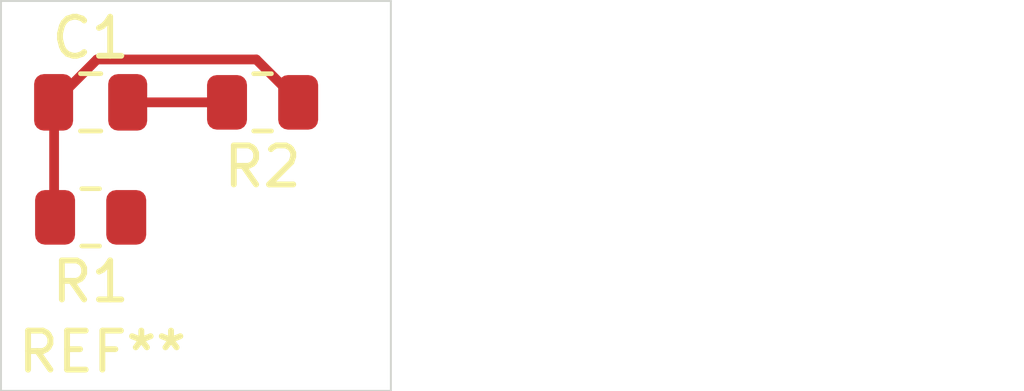
<source format=kicad_pcb>
(kicad_pcb (version 20241229) (generator "pcbnew") (generator_version "9.0")
  (layers (0 "F.Cu" signal) (2 "B.Cu" signal) (13 "F.Paste" user) (15 "B.Paste" user) (5 "F.SilkS" user "F.Silkscreen") (7 "B.SilkS" user "B.Silkscreen") (1 "F.Mask" user) (3 "B.Mask" user) (25 "Edge.Cuts" user))
  (net 0 "")
  (net 1 "GND")
  (net 2 "Net-(C1-Pad1)")
  (net 3 "VCC")
  (footprint "Capacitor_SMD:C_0805_2012Metric" (layer "F.Cu") (at 146.3 78.6)
    (property "Reference" "C1" (at 0 -1.65 0) (layer "F.SilkS"))
    (property "Value" "1uF")
    (fp_line (start -0.261252 -0.735) (end 0.261252 -0.735) (stroke (width 0.12)) (layer "F.SilkS"))
    (fp_line (start -0.261252 0.735) (end 0.261252 0.735) (stroke (width 0.12)) (layer "F.SilkS"))
    (pad "1" smd roundrect (at -0.95 0) (size 1 1.45) (layers "F.Cu" "F.Mask" "F.Paste") (net 2 "Net-(C1-Pad1)"))
    (pad "2" smd roundrect (at 0.95 0) (size 1 1.45) (layers "F.Cu" "F.Mask" "F.Paste") (net 1 "GND"))
  )
  (footprint "Resistor_SMD:R_0805_2012Metric" (layer "F.Cu") (at 146.3 81.55 180)
    (property "Reference" "R1" (at 0 -1.65 0) (layer "F.SilkS"))
    (property "Value" "100")
    (fp_line (start -0.227064 0.735) (end 0.227064 0.735) (stroke (width 0.12)) (layer "F.SilkS"))
    (fp_line (start -0.227064 -0.735) (end 0.227064 -0.735) (stroke (width 0.12)) (layer "F.SilkS"))
    (pad "1" smd roundrect (at -0.9125 0 180) (size 1.025 1.4) (layers "F.Cu" "F.Mask" "F.Paste") (roundrect_rratio 0.243902) (net 3 "VCC"))
    (pad "2" smd roundrect (at 0.9125 0 180) (size 1.025 1.4) (layers "F.Cu" "F.Mask" "F.Paste") (roundrect_rratio 0.243902) (net 2 "Net-(C1-Pad1)"))
  )
  (footprint "Resistor_SMD:R_0805_2012Metric" (layer "F.Cu") (at 150.71 78.6 180)
    (property "Reference" "R2" (at 0 -1.65 0) (layer "F.SilkS"))
    (property "Value" "200")
    (fp_line (start -0.227064 0.735) (end 0.227064 0.735) (stroke (width 0.12)) (layer "F.SilkS"))
    (fp_line (start -0.227064 -0.735) (end 0.227064 -0.735) (stroke (width 0.12)) (layer "F.SilkS"))
    (pad "1" smd roundrect (at -0.9125 0 180) (size 1.025 1.4) (layers "F.Cu" "F.Mask" "F.Paste") (roundrect_rratio 0.243902) (net 2 "Net-(C1-Pad1)"))
    (pad "2" smd roundrect (at 0.9125 0 180) (size 1.025 1.4) (layers "F.Cu" "F.Mask" "F.Paste") (roundrect_rratio 0.243902) (net 1 "GND"))
  )
  (footprint "MountingHole:MountingHole_2.1mm" (layer "F.Cu") (at 151 83.4)
    (property "Reference" "REF**" (at -4.4 1.6 0) (layer "F.SilkS"))
    (property "Value" "MountingHole_2.1mm")
    (pad "" np_thru_hole circle (at 0 0) (size 2.1 2.1) (drill 2.1) (layers "*.Cu" "*.Mask"))
  )
  (gr_line (start 154 86) (end 154 76) (stroke (width 0.05)) (layer "Edge.Cuts"))
  (gr_line (start 144 76) (end 144 86) (stroke (width 0.05)) (layer "Edge.Cuts"))
  (gr_line (start 154 76) (end 144 76) (stroke (width 0.05)) (layer "Edge.Cuts"))
  (gr_line (start 144 86) (end 154 86) (stroke (width 0.05)) (layer "Edge.Cuts"))
  (segment (start 147.2375 78.6) (end 149.7725 78.6) (width 0.25) (layer "F.Cu") (net 1))
  (segment (start 145.3625 78.6) (end 146.4625 77.5) (width 0.25) (layer "F.Cu") (net 2))
  (segment (start 150.5475 77.5) (end 151.6475 78.6) (width 0.25) (layer "F.Cu") (net 2))
  (segment (start 146.4625 77.5) (end 150.5475 77.5) (width 0.25) (layer "F.Cu") (net 2))
  (segment (start 145.3625 81.55) (end 145.3625 78.6) (width 0.25) (layer "F.Cu") (net 2))
)
</source>
